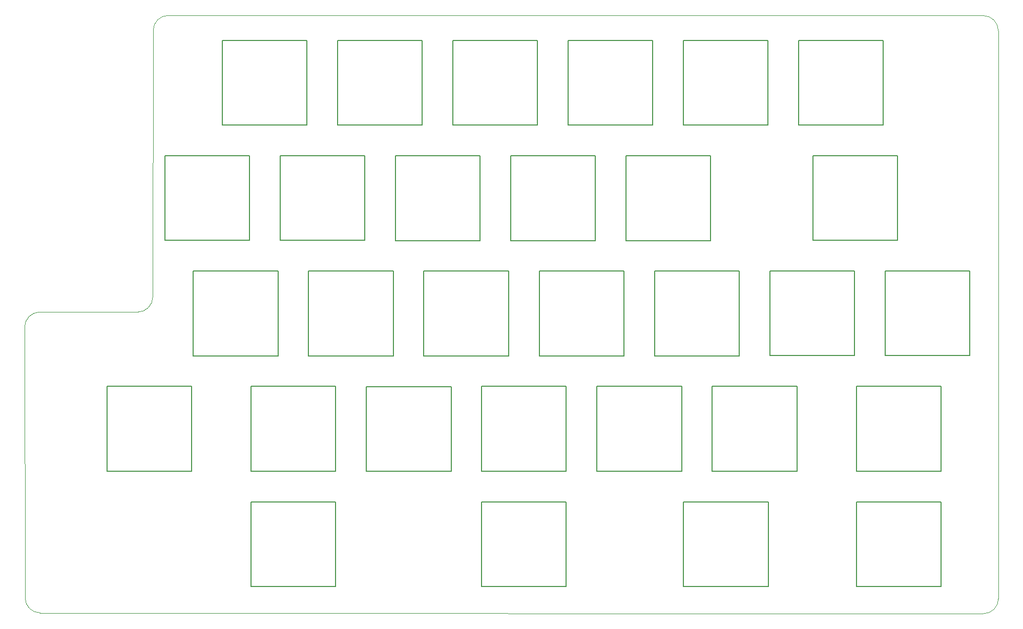
<source format=gtp>
G04 #@! TF.GenerationSoftware,KiCad,Pcbnew,(6.0.7)*
G04 #@! TF.CreationDate,2022-09-08T23:08:23+00:00*
G04 #@! TF.ProjectId,top-right,746f702d-7269-4676-9874-2e6b69636164,rev?*
G04 #@! TF.SameCoordinates,Original*
G04 #@! TF.FileFunction,Paste,Top*
G04 #@! TF.FilePolarity,Positive*
%FSLAX46Y46*%
G04 Gerber Fmt 4.6, Leading zero omitted, Abs format (unit mm)*
G04 Created by KiCad (PCBNEW (6.0.7)) date 2022-09-08 23:08:23*
%MOMM*%
%LPD*%
G01*
G04 APERTURE LIST*
G04 #@! TA.AperFunction,Profile*
%ADD10C,0.150000*%
G04 #@! TD*
G04 #@! TA.AperFunction,Profile*
%ADD11C,0.100000*%
G04 #@! TD*
G04 APERTURE END LIST*
D10*
X174080000Y-58810000D02*
X174080000Y-72810000D01*
X117180000Y-96920000D02*
X131180000Y-96920000D01*
X117180000Y-110920000D02*
X131180000Y-110920000D01*
X145480000Y-39740000D02*
X145480000Y-53740000D01*
X193410000Y-110910000D02*
X193410000Y-96910000D01*
X160080000Y-58810000D02*
X174080000Y-58810000D01*
X135990000Y-58790000D02*
X135990000Y-72790000D01*
X221990000Y-91830000D02*
X235990000Y-91830000D01*
X117180000Y-110920000D02*
X117180000Y-96920000D01*
X93370000Y-110900000D02*
X93370000Y-96900000D01*
X150530000Y-39740000D02*
X164530000Y-39740000D01*
X216920000Y-77840000D02*
X216920000Y-91840000D01*
X131190000Y-115990000D02*
X131190000Y-129990000D01*
X224070000Y-58770000D02*
X224070000Y-72770000D01*
X221990000Y-77830000D02*
X235990000Y-77830000D01*
X155040000Y-58800000D02*
X155040000Y-72800000D01*
X160080000Y-72810000D02*
X160080000Y-58810000D01*
X141040000Y-72800000D02*
X141040000Y-58800000D01*
X121990000Y-58790000D02*
X135990000Y-58790000D01*
D11*
X98431213Y-84625773D02*
G75*
G03*
X100951293Y-82115759I10087J2509973D01*
G01*
D10*
X179140000Y-72810000D02*
X179140000Y-58810000D01*
D11*
X238203920Y-134489980D02*
G75*
G03*
X240724000Y-131980000I10080J2509980D01*
G01*
D10*
X202920000Y-91840000D02*
X216920000Y-91840000D01*
X107370000Y-96900000D02*
X107370000Y-110900000D01*
X126700000Y-77860000D02*
X140700000Y-77860000D01*
X188660000Y-129980000D02*
X202660000Y-129980000D01*
X155290000Y-96920000D02*
X169290000Y-96920000D01*
X121990000Y-72790000D02*
X121990000Y-58790000D01*
X169580000Y-53740000D02*
X169580000Y-39740000D01*
X126700000Y-91860000D02*
X140700000Y-91860000D01*
X136250000Y-110930000D02*
X136250000Y-96930000D01*
X217220000Y-96900000D02*
X231220000Y-96900000D01*
X141040000Y-72800000D02*
X155040000Y-72800000D01*
X202660000Y-115980000D02*
X202660000Y-129980000D01*
X164810000Y-91860000D02*
X178810000Y-91860000D01*
X136250000Y-110930000D02*
X150250000Y-110930000D01*
X193140000Y-58810000D02*
X193140000Y-72810000D01*
X183860000Y-91860000D02*
X183860000Y-77860000D01*
X121990000Y-72790000D02*
X135990000Y-72790000D01*
X126440000Y-39730000D02*
X126440000Y-53730000D01*
X210070000Y-58770000D02*
X224070000Y-58770000D01*
X202640000Y-39740000D02*
X202640000Y-53740000D01*
X131180000Y-96920000D02*
X131180000Y-110920000D01*
D11*
X101010000Y-38090000D02*
X100951293Y-82115759D01*
D10*
X183860000Y-91860000D02*
X197860000Y-91860000D01*
X210070000Y-72770000D02*
X224070000Y-72770000D01*
X169580000Y-39740000D02*
X183580000Y-39740000D01*
D11*
X82270000Y-84620000D02*
G75*
G03*
X79770000Y-87120000I0J-2500000D01*
G01*
D10*
X193410000Y-110910000D02*
X207410000Y-110910000D01*
X155290000Y-110920000D02*
X169290000Y-110920000D01*
X188660000Y-129980000D02*
X188660000Y-115980000D01*
X131480000Y-53740000D02*
X145480000Y-53740000D01*
X188350000Y-96920000D02*
X188350000Y-110920000D01*
X221680000Y-39730000D02*
X221680000Y-53730000D01*
X193410000Y-96910000D02*
X207410000Y-96910000D01*
D11*
X103510000Y-35590000D02*
G75*
G03*
X101010000Y-38090000I0J-2500000D01*
G01*
D10*
X102940000Y-72790000D02*
X102940000Y-58790000D01*
X207680000Y-39730000D02*
X221680000Y-39730000D01*
X126700000Y-91860000D02*
X126700000Y-77860000D01*
X164530000Y-39740000D02*
X164530000Y-53740000D01*
X155290000Y-129990000D02*
X155290000Y-115990000D01*
X131480000Y-53740000D02*
X131480000Y-39740000D01*
X140700000Y-77860000D02*
X140700000Y-91860000D01*
X207680000Y-53730000D02*
X221680000Y-53730000D01*
X117190000Y-129990000D02*
X117190000Y-115990000D01*
X174350000Y-96920000D02*
X188350000Y-96920000D01*
X221990000Y-91830000D02*
X221990000Y-77830000D01*
X202920000Y-77840000D02*
X216920000Y-77840000D01*
X231230000Y-115980000D02*
X231230000Y-129980000D01*
X145750000Y-91860000D02*
X145750000Y-77860000D01*
X179140000Y-58810000D02*
X193140000Y-58810000D01*
X207410000Y-96910000D02*
X207410000Y-110910000D01*
X150530000Y-53740000D02*
X164530000Y-53740000D01*
X93370000Y-110900000D02*
X107370000Y-110900000D01*
X155290000Y-110920000D02*
X155290000Y-96920000D01*
X183860000Y-77860000D02*
X197860000Y-77860000D01*
X197860000Y-77860000D02*
X197860000Y-91860000D01*
X102940000Y-58790000D02*
X116940000Y-58790000D01*
X112440000Y-53730000D02*
X126440000Y-53730000D01*
X150250000Y-96930000D02*
X150250000Y-110930000D01*
X217230000Y-129980000D02*
X217230000Y-115980000D01*
X136250000Y-96930000D02*
X150250000Y-96930000D01*
X145750000Y-91860000D02*
X159750000Y-91860000D01*
X93370000Y-96900000D02*
X107370000Y-96900000D01*
X188640000Y-53740000D02*
X188640000Y-39740000D01*
X169290000Y-96920000D02*
X169290000Y-110920000D01*
D11*
X79774000Y-87110000D02*
X79834000Y-131850000D01*
D10*
X155290000Y-129990000D02*
X169290000Y-129990000D01*
X210070000Y-58770000D02*
X210070000Y-72770000D01*
X174350000Y-110920000D02*
X188350000Y-110920000D01*
X160080000Y-72810000D02*
X174080000Y-72810000D01*
X217220000Y-110900000D02*
X231220000Y-110900000D01*
D11*
X240694019Y-38120000D02*
X240724000Y-131980000D01*
D10*
X188660000Y-115980000D02*
X202660000Y-115980000D01*
X107640000Y-91850000D02*
X107640000Y-77850000D01*
X150530000Y-53740000D02*
X150530000Y-39740000D01*
X116940000Y-58790000D02*
X116940000Y-72790000D01*
D11*
X82270000Y-84620000D02*
X98591213Y-84625739D01*
D10*
X217220000Y-110900000D02*
X217220000Y-96900000D01*
X188640000Y-39740000D02*
X202640000Y-39740000D01*
X231220000Y-96900000D02*
X231220000Y-110900000D01*
X112440000Y-53730000D02*
X112440000Y-39730000D01*
X188640000Y-53740000D02*
X202640000Y-53740000D01*
D11*
X240694019Y-38120000D02*
G75*
G03*
X238204000Y-35620001I-2500019J0D01*
G01*
D10*
X102940000Y-72790000D02*
X116940000Y-72790000D01*
X112440000Y-39730000D02*
X126440000Y-39730000D01*
X117190000Y-129990000D02*
X131190000Y-129990000D01*
X164810000Y-77860000D02*
X178810000Y-77860000D01*
X159750000Y-77860000D02*
X159750000Y-91860000D01*
X155290000Y-115990000D02*
X169290000Y-115990000D01*
X202920000Y-91840000D02*
X202920000Y-77840000D01*
X169580000Y-53740000D02*
X183580000Y-53740000D01*
X179140000Y-72810000D02*
X193140000Y-72810000D01*
X178810000Y-77860000D02*
X178810000Y-91860000D01*
X164810000Y-91860000D02*
X164810000Y-77860000D01*
X235990000Y-77830000D02*
X235990000Y-91830000D01*
X117190000Y-115990000D02*
X131190000Y-115990000D01*
D11*
X103510000Y-35590000D02*
X238204000Y-35620001D01*
D10*
X107640000Y-91850000D02*
X121640000Y-91850000D01*
X183580000Y-39740000D02*
X183580000Y-53740000D01*
X169290000Y-115990000D02*
X169290000Y-129990000D01*
X131480000Y-39740000D02*
X145480000Y-39740000D01*
X145750000Y-77860000D02*
X159750000Y-77860000D01*
X141040000Y-58800000D02*
X155040000Y-58800000D01*
X121640000Y-77850000D02*
X121640000Y-91850000D01*
X107640000Y-77850000D02*
X121640000Y-77850000D01*
X207680000Y-53730000D02*
X207680000Y-39730000D01*
X217230000Y-129980000D02*
X231230000Y-129980000D01*
X174350000Y-110920000D02*
X174350000Y-96920000D01*
D11*
X238203920Y-134489980D02*
X82334000Y-134350000D01*
X79834000Y-131850000D02*
G75*
G03*
X82334000Y-134350000I2500000J0D01*
G01*
D10*
X217230000Y-115980000D02*
X231230000Y-115980000D01*
M02*

</source>
